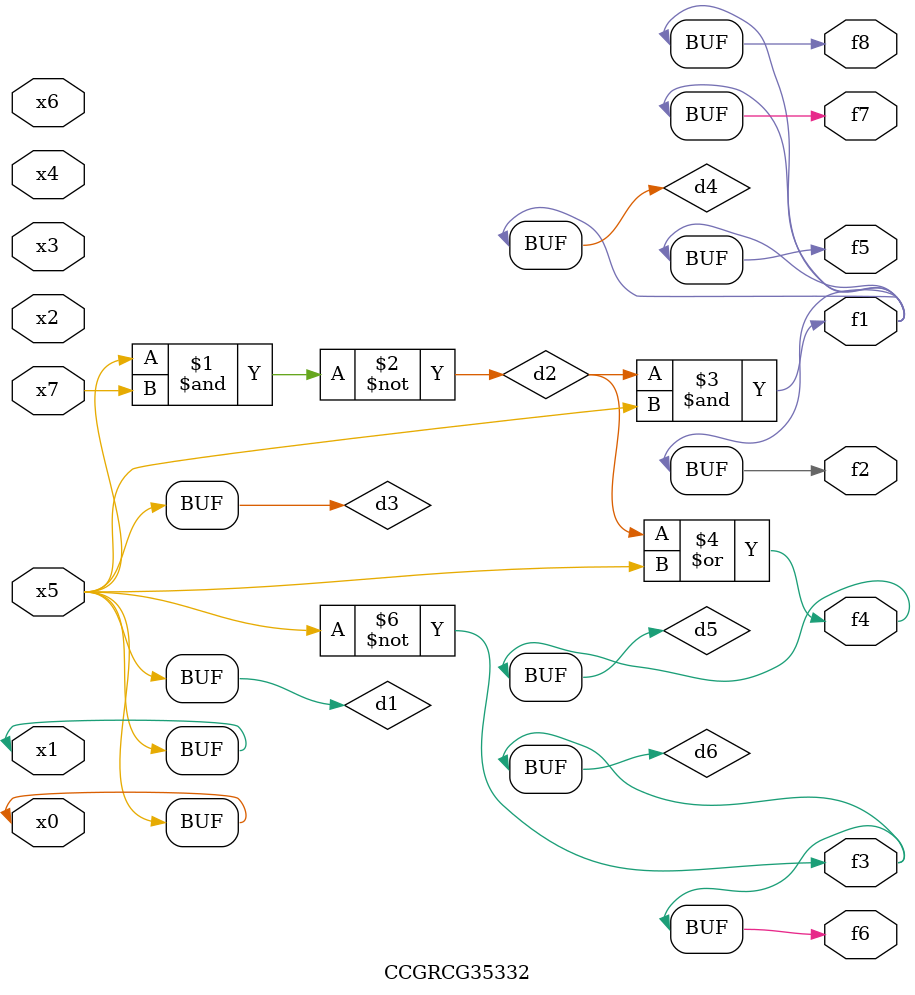
<source format=v>
module CCGRCG35332(
	input x0, x1, x2, x3, x4, x5, x6, x7,
	output f1, f2, f3, f4, f5, f6, f7, f8
);

	wire d1, d2, d3, d4, d5, d6;

	buf (d1, x0, x5);
	nand (d2, x5, x7);
	buf (d3, x0, x1);
	and (d4, d2, d3);
	or (d5, d2, d3);
	nor (d6, d1, d3);
	assign f1 = d4;
	assign f2 = d4;
	assign f3 = d6;
	assign f4 = d5;
	assign f5 = d4;
	assign f6 = d6;
	assign f7 = d4;
	assign f8 = d4;
endmodule

</source>
